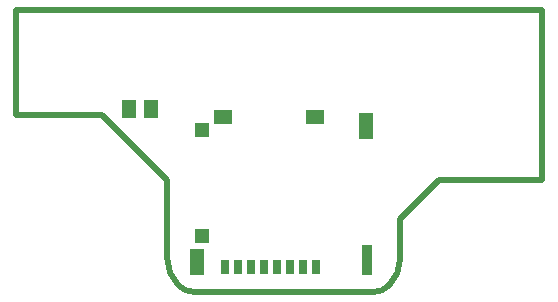
<source format=gtp>
G04*
G04 #@! TF.GenerationSoftware,Altium Limited,CircuitStudio,1.5.2 (1.5.2.30)*
G04*
G04 Layer_Color=7318015*
%FSLAX44Y44*%
%MOMM*%
G71*
G01*
G75*
%ADD10R,1.3000X1.6000*%
%ADD11R,0.8000X1.2400*%
%ADD12R,0.9500X2.5000*%
%ADD13R,1.1500X2.2000*%
%ADD14R,1.1600X1.2500*%
%ADD15R,1.1600X1.2000*%
%ADD16R,1.5000X1.1500*%
%ADD18C,0.5000*%
D10*
X264740Y426295D02*
D03*
X283740D02*
D03*
D11*
X422700Y292050D02*
D03*
X411700D02*
D03*
X400700D02*
D03*
X389700D02*
D03*
X378700D02*
D03*
X367700D02*
D03*
X356700D02*
D03*
X345700D02*
D03*
D12*
X466150Y298350D02*
D03*
D13*
X322250Y296850D02*
D03*
X465150Y411650D02*
D03*
D14*
X326300Y318350D02*
D03*
D15*
Y408350D02*
D03*
D16*
X422100Y419600D02*
D03*
X344300D02*
D03*
D18*
X307169Y276295D02*
G03*
X319240Y271295I12071J12071D01*
G01*
X297169Y298995D02*
G03*
X306149Y277315I30661J0D01*
G01*
X485260D02*
G03*
X494240Y298995I-21680J21680D01*
G01*
X472169Y271295D02*
G03*
X484240Y276295I0J17071D01*
G01*
X494240Y298995D02*
Y333295D01*
X527240Y366295D01*
X614240D01*
X169240Y421295D02*
X242169D01*
X297169Y366295D01*
Y298995D02*
Y366295D01*
X484240Y276295D02*
X485260Y277315D01*
X469240Y271295D02*
X472169D01*
X169240Y421295D02*
Y510000D01*
X614240Y366295D02*
Y510000D01*
X319240Y271295D02*
X469240D01*
X169240Y510000D02*
X614240D01*
M02*

</source>
